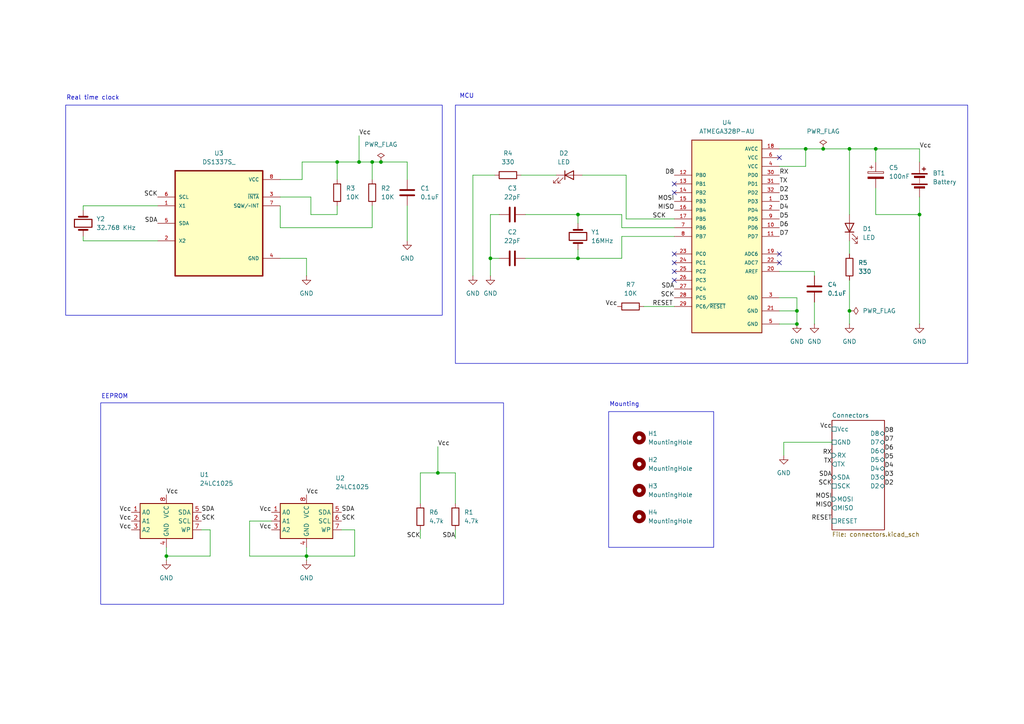
<source format=kicad_sch>
(kicad_sch (version 20231120) (generator "eeschema") (generator_version "8.0")
  (paper "A4")
  (title_block (title "${project_name}") (date "2024-05-08"))
  (lib_symbols
    (symbol "ATMEGA328P-AU:ATMEGA328P-AU" (pin_names (offset 1.016))
      (property "Reference" "U4" (at 0 33.02 0))
      (property "Value" "ATMEGA328P-AU" (at 0 30.48 0))
      (symbol "ATMEGA328P-AU_0_0"
        (rectangle (start -10.16 27.94) (end 10.16 -27.94) (stroke (width 0.254)) (fill (type background)))
        (pin bidirectional line (at 15.24 10.16 180) (length 5.08) (name "PD3") (number "1"))
        (pin bidirectional line (at 15.24 2.54 180) (length 5.08) (name "PD6") (number "10"))
        (pin bidirectional line (at 15.24 0 180) (length 5.08) (name "PD7") (number "11"))
        (pin bidirectional line (at -15.24 17.78 0) (length 5.08) (name "PB0") (number "12"))
        (pin bidirectional line (at -15.24 15.24 0) (length 5.08) (name "PB1") (number "13"))
        (pin bidirectional line (at -15.24 12.7 0) (length 5.08) (name "PB2") (number "14"))
        (pin bidirectional line (at -15.24 10.16 0) (length 5.08) (name "PB3") (number "15"))
        (pin bidirectional line (at -15.24 7.62 0) (length 5.08) (name "PB4") (number "16"))
        (pin bidirectional line (at -15.24 5.08 0) (length 5.08) (name "PB5") (number "17"))
        (pin power_in line (at 15.24 25.4 180) (length 5.08) (name "AVCC") (number "18"))
        (pin bidirectional line (at 15.24 -5.08 180) (length 5.08) (name "ADC6") (number "19"))
        (pin bidirectional line (at 15.24 7.62 180) (length 5.08) (name "PD4") (number "2"))
        (pin input line (at 15.24 -10.16 180) (length 5.08) (name "AREF") (number "20"))
        (pin power_in line (at 15.24 -21.59 180) (length 5.08) (name "GND") (number "21"))
        (pin bidirectional line (at 15.24 -7.62 180) (length 5.08) (name "ADC7") (number "22"))
        (pin bidirectional line (at -15.24 -5.08 0) (length 5.08) (name "PC0") (number "23"))
        (pin bidirectional line (at -15.24 -7.62 0) (length 5.08) (name "PC1") (number "24"))
        (pin bidirectional line (at -15.24 -10.16 0) (length 5.08) (name "PC2") (number "25"))
        (pin bidirectional line (at -15.24 -12.7 0) (length 5.08) (name "PC3") (number "26"))
        (pin bidirectional line (at -15.24 -15.24 0) (length 5.08) (name "PC4") (number "27"))
        (pin bidirectional line (at -15.24 -17.78 0) (length 5.08) (name "PC5") (number "28"))
        (pin bidirectional line (at -15.24 -20.32 0) (length 5.08) (name "PC6/~{RESET}") (number "29"))
        (pin power_in line (at 15.24 -17.78 180) (length 5.08) (name "GND") (number "3"))
        (pin bidirectional line (at 15.24 17.78 180) (length 5.08) (name "PD0") (number "30"))
        (pin bidirectional line (at 15.24 15.24 180) (length 5.08) (name "PD1") (number "31"))
        (pin bidirectional line (at 15.24 12.7 180) (length 5.08) (name "PD2") (number "32"))
        (pin power_in line (at 15.24 20.32 180) (length 5.08) (name "VCC") (number "4"))
        (pin power_in line (at 15.24 -25.4 180) (length 5.08) (name "GND") (number "5"))
        (pin power_in line (at 15.24 22.86 180) (length 5.08) (name "VCC") (number "6"))
        (pin bidirectional line (at -15.24 2.54 0) (length 5.08) (name "PB6") (number "7"))
        (pin bidirectional line (at -15.24 0 0) (length 5.08) (name "PB7") (number "8"))
        (pin bidirectional line (at 15.24 5.08 180) (length 5.08) (name "PD5") (number "9"))
      )
    )
    (symbol "DS1337S_:DS1337S_" (pin_names (offset 1.016))
      (property "Reference" "U" (at -12.7 16.24 0))
      (property "Value" "DS1337S_" (at -12.7 -19.24 0))
      (symbol "DS1337S__0_0"
        (rectangle (start -12.7 -15.24) (end 12.7 15.24) (stroke (width 0.41)) (fill (type background)))
        (pin input line (at -17.78 5.08 0) (length 5.08) (name "X1") (number "1"))
        (pin bidirectional line (at -17.78 -5.08 0) (length 5.08) (name "X2") (number "2"))
        (pin output line (at 17.78 7.62 180) (length 5.08) (name "~{INTA}") (number "3"))
        (pin power_in line (at 17.78 -10.16 180) (length 5.08) (name "GND") (number "4"))
        (pin bidirectional line (at -17.78 0 0) (length 5.08) (name "SDA") (number "5"))
        (pin input line (at -17.78 7.62 0) (length 5.08) (name "SCL") (number "6"))
        (pin output line (at 17.78 5.08 180) (length 5.08) (name "SQW/~INT") (number "7"))
        (pin power_in line (at 17.78 12.7 180) (length 5.08) (name "VCC") (number "8"))
      )
    )
    (symbol "Device:Battery" (pin_numbers hide) (pin_names (offset 0) hide)
      (property "Reference" "BT" (at 2.54 2.54 0))
      (property "Value" "Battery" (at 2.54 0 0))
      (symbol "Battery_0_1"
        (rectangle (start -2.286 -1.27) (end 2.286 -1.524) (fill (type outline)))
        (rectangle (start -2.286 1.778) (end 2.286 1.524) (fill (type outline)))
        (rectangle (start -1.524 -2.032) (end 1.524 -2.54) (fill (type outline)))
        (rectangle (start -1.524 1.016) (end 1.524 0.508) (fill (type outline)))
        (polyline (pts (xy 0 -1.016) (xy 0 -0.762)))
        (polyline (pts (xy 0 -0.508) (xy 0 -0.254)))
        (polyline (pts (xy 0 0) (xy 0 0.254)))
        (polyline (pts (xy 0 1.778) (xy 0 2.54)))
        (polyline (pts (xy 0.762 3.048) (xy 1.778 3.048)) (stroke (width 0.254)))
        (polyline (pts (xy 1.27 3.556) (xy 1.27 2.54)) (stroke (width 0.254)))
      )
      (symbol "Battery_1_1"
        (pin passive line (at 0 5.08 270) (length 2.54) (name "+") (number "1"))
        (pin passive line (at 0 -5.08 90) (length 2.54) (name "-") (number "2"))
      )
    )
    (symbol "Device:C" (pin_numbers hide) (pin_names (offset 0.254))
      (property "Reference" "C" (at 0.635 2.54 0))
      (property "Value" "C" (at 0.635 -2.54 0))
      (symbol "C_0_1"
        (polyline (pts (xy -2.032 -0.762) (xy 2.032 -0.762)) (stroke (width 0.508)))
        (polyline (pts (xy -2.032 0.762) (xy 2.032 0.762)) (stroke (width 0.508)))
      )
      (symbol "C_1_1"
        (pin passive line (at 0 3.81 270) (length 2.794) (name "~") (number "1"))
        (pin passive line (at 0 -3.81 90) (length 2.794) (name "~") (number "2"))
      )
    )
    (symbol "Device:C_Polarized" (pin_numbers hide) (pin_names (offset 0.254))
      (property "Reference" "C" (at 0.635 2.54 0))
      (property "Value" "C_Polarized" (at 0.635 -2.54 0))
      (symbol "C_Polarized_0_1"
        (rectangle (start -2.286 0.508) (end 2.286 1.016))
        (polyline (pts (xy -1.778 2.286) (xy -0.762 2.286)))
        (polyline (pts (xy -1.27 2.794) (xy -1.27 1.778)))
        (rectangle (start 2.286 -0.508) (end -2.286 -1.016) (fill (type outline)))
      )
      (symbol "C_Polarized_1_1"
        (pin passive line (at 0 3.81 270) (length 2.794) (name "~") (number "1"))
        (pin passive line (at 0 -3.81 90) (length 2.794) (name "~") (number "2"))
      )
    )
    (symbol "Device:Crystal" (pin_numbers hide) (pin_names (offset 1.016) hide)
      (property "Reference" "Y" (at 0 3.81 0))
      (property "Value" "Crystal" (at 0 -3.81 0))
      (symbol "Crystal_0_1"
        (rectangle (start -1.143 2.54) (end 1.143 -2.54) (stroke (width 0.3048)))
        (polyline (pts (xy -2.54 0) (xy -1.905 0)))
        (polyline (pts (xy -1.905 -1.27) (xy -1.905 1.27)) (stroke (width 0.508)))
        (polyline (pts (xy 1.905 -1.27) (xy 1.905 1.27)) (stroke (width 0.508)))
        (polyline (pts (xy 2.54 0) (xy 1.905 0)))
      )
      (symbol "Crystal_1_1"
        (pin passive line (at -3.81 0 0) (length 1.27) (name "1") (number "1"))
        (pin passive line (at 3.81 0 180) (length 1.27) (name "2") (number "2"))
      )
    )
    (symbol "Device:LED" (pin_numbers hide) (pin_names (offset 1.016) hide)
      (property "Reference" "D" (at 0 2.54 0))
      (property "Value" "LED" (at 0 -2.54 0))
      (symbol "LED_0_1"
        (polyline (pts (xy -1.27 -1.27) (xy -1.27 1.27)) (stroke (width 0.254)))
        (polyline (pts (xy -1.27 0) (xy 1.27 0)))
        (polyline (pts (xy 1.27 -1.27) (xy 1.27 1.27) (xy -1.27 0) (xy 1.27 -1.27)) (stroke (width 0.254)))
        (polyline (pts (xy -3.048 -0.762) (xy -4.572 -2.286) (xy -3.81 -2.286) (xy -4.572 -2.286) (xy -4.572 -1.524)))
        (polyline (pts (xy -1.778 -0.762) (xy -3.302 -2.286) (xy -2.54 -2.286) (xy -3.302 -2.286) (xy -3.302 -1.524)))
      )
      (symbol "LED_1_1"
        (pin passive line (at -3.81 0 0) (length 2.54) (name "K") (number "1"))
        (pin passive line (at 3.81 0 180) (length 2.54) (name "A") (number "2"))
      )
    )
    (symbol "Device:R" (pin_numbers hide) (pin_names (offset 0))
      (property "Reference" "R" (at 2.032 0 90))
      (property "Value" "R" (at 0 0 90))
      (symbol "R_0_1"
        (rectangle (start -1.016 -2.54) (end 1.016 2.54) (stroke (width 0.254)))
      )
      (symbol "R_1_1"
        (pin passive line (at 0 3.81 270) (length 1.27) (name "~") (number "1"))
        (pin passive line (at 0 -3.81 90) (length 1.27) (name "~") (number "2"))
      )
    )
    (symbol "Mechanical:MountingHole" (pin_names (offset 1.016)) (exclude_from_sim yes) (in_bom no)
      (property "Reference" "H" (at 0 5.08 0))
      (property "Value" "MountingHole" (at 0 3.175 0))
      (symbol "MountingHole_0_1"
        (circle (center 0 0) (radius 1.27) (stroke (width 1.27)))
      )
    )
    (symbol "Memory_EEPROM:24LC1025"
      (property "Reference" "U" (at -6.35 6.35 0))
      (property "Value" "24LC1025" (at 1.27 6.35 0))
      (symbol "24LC1025_1_1"
        (rectangle (start -7.62 5.08) (end 7.62 -5.08) (stroke (width 0.254)) (fill (type background)))
        (pin input line (at -10.16 2.54 0) (length 2.54) (name "A0") (number "1"))
        (pin input line (at -10.16 0 0) (length 2.54) (name "A1") (number "2"))
        (pin input line (at -10.16 -2.54 0) (length 2.54) (name "A2") (number "3"))
        (pin power_in line (at 0 -7.62 90) (length 2.54) (name "GND") (number "4"))
        (pin bidirectional line (at 10.16 2.54 180) (length 2.54) (name "SDA") (number "5"))
        (pin input line (at 10.16 0 180) (length 2.54) (name "SCL") (number "6"))
        (pin input line (at 10.16 -2.54 180) (length 2.54) (name "WP") (number "7"))
        (pin power_in line (at 0 7.62 270) (length 2.54) (name "VCC") (number "8"))
      )
    )
    (symbol "power:GND" (power) (pin_numbers hide) (pin_names (offset 0) hide)
      (property "Value" "GND" (at 0 -3.81 0))
      (symbol "GND_0_1"
        (polyline (pts (xy 0 0) (xy 0 -1.27) (xy 1.27 -1.27) (xy 0 -2.54) (xy -1.27 -1.27) (xy 0 -1.27)))
      )
      (symbol "GND_1_1"
        (pin power_in line (at 0 0 270) (length 0) (name "~") (number "1"))
      )
    )
    (symbol "power:PWR_FLAG" (power) (pin_numbers hide) (pin_names (offset 0) hide)
      (property "Value" "PWR_FLAG" (at 0 3.81 0))
      (symbol "PWR_FLAG_0_0"
        (pin power_out line (at 0 0 90) (length 0) (name "~") (number "1"))
      )
      (symbol "PWR_FLAG_0_1"
        (polyline (pts (xy 0 0) (xy 0 1.27) (xy -1.016 1.905) (xy 0 2.54) (xy 1.016 1.905) (xy 0 1.27)))
      )
    )
  )
  (junction (at 231.14 90.17))
  (junction (at 104.14 46.99))
  (junction (at 246.38 43.18))
  (junction (at 88.9 161.29))
  (junction (at 167.64 74.93))
  (junction (at 233.68 43.18))
  (junction (at 48.26 161.29))
  (junction (at 107.95 46.99))
  (junction (at 127 137.16))
  (junction (at 142.24 74.93))
  (junction (at 266.7 62.23))
  (junction (at 231.14 93.98))
  (junction (at 110.49 46.99))
  (junction (at 97.79 46.99))
  (junction (at 254 43.18))
  (junction (at 246.38 90.17))
  (junction (at 238.76 43.18))
  (junction (at 167.64 62.23))
  (no_connect (at 195.58 73.66))
  (no_connect (at 195.58 81.28))
  (no_connect (at 226.06 45.72))
  (no_connect (at 195.58 53.34))
  (no_connect (at 195.58 76.2))
  (no_connect (at 195.58 78.74))
  (no_connect (at 226.06 76.2))
  (no_connect (at 226.06 73.66))
  (no_connect (at 195.58 55.88))
  (wire (pts (xy 226.06 86.36) (xy 231.14 86.36)))
  (wire (pts (xy 45.72 69.85) (xy 24.13 69.85)))
  (wire (pts (xy 180.34 66.04) (xy 180.34 62.23)))
  (wire (pts (xy 48.26 162.56) (xy 48.26 161.29)))
  (wire (pts (xy 231.14 93.98) (xy 226.06 93.98)))
  (wire (pts (xy 72.39 151.13) (xy 72.39 161.29)))
  (wire (pts (xy 180.34 62.23) (xy 167.64 62.23)))
  (wire (pts (xy 195.58 66.04) (xy 180.34 66.04)))
  (wire (pts (xy 226.06 48.26) (xy 233.68 48.26)))
  (wire (pts (xy 266.7 43.18) (xy 254 43.18)))
  (wire (pts (xy 81.28 74.93) (xy 88.9 74.93)))
  (wire (pts (xy 236.22 87.63) (xy 236.22 93.98)))
  (wire (pts (xy 90.17 62.23) (xy 97.79 62.23)))
  (wire (pts (xy 97.79 46.99) (xy 104.14 46.99)))
  (wire (pts (xy 266.7 46.99) (xy 266.7 43.18)))
  (wire (pts (xy 246.38 43.18) (xy 246.38 62.23)))
  (wire (pts (xy 88.9 161.29) (xy 88.9 158.75)))
  (wire (pts (xy 231.14 86.36) (xy 231.14 90.17)))
  (wire (pts (xy 121.92 146.05) (xy 121.92 137.16)))
  (wire (pts (xy 45.72 59.69) (xy 24.13 59.69)))
  (wire (pts (xy 167.64 74.93) (xy 167.64 72.39)))
  (wire (pts (xy 48.26 161.29) (xy 48.26 158.75)))
  (wire (pts (xy 121.92 137.16) (xy 127 137.16)))
  (wire (pts (xy 137.16 50.8) (xy 137.16 80.01)))
  (wire (pts (xy 236.22 78.74) (xy 236.22 80.01)))
  (wire (pts (xy 246.38 81.28) (xy 246.38 90.17)))
  (wire (pts (xy 266.7 62.23) (xy 266.7 93.98)))
  (wire (pts (xy 60.96 161.29) (xy 48.26 161.29)))
  (wire (pts (xy 60.96 153.67) (xy 60.96 161.29)))
  (wire (pts (xy 81.28 57.15) (xy 90.17 57.15)))
  (wire (pts (xy 99.06 153.67) (xy 102.87 153.67)))
  (wire (pts (xy 78.74 151.13) (xy 72.39 151.13)))
  (wire (pts (xy 127 129.54) (xy 127 137.16)))
  (wire (pts (xy 87.63 46.99) (xy 97.79 46.99)))
  (wire (pts (xy 132.08 153.67) (xy 132.08 156.21)))
  (wire (pts (xy 180.34 68.58) (xy 180.34 74.93)))
  (wire (pts (xy 181.61 63.5) (xy 181.61 50.8)))
  (wire (pts (xy 186.69 88.9) (xy 195.58 88.9)))
  (wire (pts (xy 118.11 59.69) (xy 118.11 69.85)))
  (wire (pts (xy 181.61 50.8) (xy 168.91 50.8)))
  (wire (pts (xy 142.24 74.93) (xy 144.78 74.93)))
  (wire (pts (xy 152.4 74.93) (xy 167.64 74.93)))
  (wire (pts (xy 88.9 162.56) (xy 88.9 161.29)))
  (wire (pts (xy 226.06 43.18) (xy 233.68 43.18)))
  (wire (pts (xy 254 54.61) (xy 254 62.23)))
  (wire (pts (xy 107.95 66.04) (xy 107.95 59.69)))
  (wire (pts (xy 107.95 46.99) (xy 110.49 46.99)))
  (wire (pts (xy 167.64 62.23) (xy 167.64 64.77)))
  (wire (pts (xy 97.79 46.99) (xy 97.79 52.07)))
  (wire (pts (xy 142.24 62.23) (xy 142.24 74.93)))
  (wire (pts (xy 90.17 57.15) (xy 90.17 62.23)))
  (wire (pts (xy 107.95 46.99) (xy 107.95 52.07)))
  (wire (pts (xy 97.79 62.23) (xy 97.79 59.69)))
  (wire (pts (xy 151.13 50.8) (xy 161.29 50.8)))
  (wire (pts (xy 246.38 69.85) (xy 246.38 73.66)))
  (wire (pts (xy 226.06 90.17) (xy 231.14 90.17)))
  (wire (pts (xy 143.51 50.8) (xy 137.16 50.8)))
  (wire (pts (xy 104.14 46.99) (xy 107.95 46.99)))
  (wire (pts (xy 195.58 68.58) (xy 180.34 68.58)))
  (wire (pts (xy 227.33 128.27) (xy 241.3 128.27)))
  (wire (pts (xy 81.28 59.69) (xy 81.28 66.04)))
  (wire (pts (xy 227.33 128.27) (xy 227.33 132.08)))
  (wire (pts (xy 88.9 74.93) (xy 88.9 80.01)))
  (wire (pts (xy 72.39 161.29) (xy 88.9 161.29)))
  (wire (pts (xy 231.14 90.17) (xy 231.14 93.98)))
  (wire (pts (xy 87.63 46.99) (xy 87.63 52.07)))
  (wire (pts (xy 152.4 62.23) (xy 167.64 62.23)))
  (wire (pts (xy 246.38 43.18) (xy 254 43.18)))
  (wire (pts (xy 58.42 153.67) (xy 60.96 153.67)))
  (wire (pts (xy 233.68 48.26) (xy 233.68 43.18)))
  (wire (pts (xy 127 137.16) (xy 132.08 137.16)))
  (wire (pts (xy 121.92 156.21) (xy 121.92 153.67)))
  (wire (pts (xy 144.78 62.23) (xy 142.24 62.23)))
  (wire (pts (xy 118.11 46.99) (xy 118.11 52.07)))
  (wire (pts (xy 102.87 161.29) (xy 88.9 161.29)))
  (wire (pts (xy 24.13 69.85) (xy 24.13 68.58)))
  (wire (pts (xy 110.49 46.99) (xy 118.11 46.99)))
  (wire (pts (xy 195.58 63.5) (xy 181.61 63.5)))
  (wire (pts (xy 81.28 66.04) (xy 107.95 66.04)))
  (wire (pts (xy 132.08 137.16) (xy 132.08 146.05)))
  (wire (pts (xy 102.87 153.67) (xy 102.87 161.29)))
  (wire (pts (xy 87.63 52.07) (xy 81.28 52.07)))
  (wire (pts (xy 180.34 74.93) (xy 167.64 74.93)))
  (wire (pts (xy 266.7 57.15) (xy 266.7 62.23)))
  (wire (pts (xy 246.38 90.17) (xy 246.38 93.98)))
  (wire (pts (xy 254 62.23) (xy 266.7 62.23)))
  (wire (pts (xy 226.06 78.74) (xy 236.22 78.74)))
  (wire (pts (xy 233.68 43.18) (xy 238.76 43.18)))
  (wire (pts (xy 142.24 74.93) (xy 142.24 80.01)))
  (wire (pts (xy 24.13 59.69) (xy 24.13 60.96)))
  (wire (pts (xy 104.14 39.37) (xy 104.14 46.99)))
  (wire (pts (xy 254 46.99) (xy 254 43.18)))
  (wire (pts (xy 238.76 43.18) (xy 246.38 43.18)))
  (rectangle (start 132.08 30.48) (end 280.67 105.41))
  (rectangle (start 29.21 116.84) (end 146.05 175.26))
  (rectangle (start 19.05 30.48) (end 128.27 91.44))
  (rectangle (start 176.53 119.38) (end 207.01 158.75))
  (text "Real time clock" (at 26.924 28.448 0) (effects (font (size 1.27 1.27))))
  (text "EEPROM" (at 33.274 115.062 0) (effects (font (size 1.27 1.27))))
  (text "Mounting" (at 181.102 117.348 0) (effects (font (size 1.27 1.27))))
  (text "MCU" (at 135.382 27.94 0) (effects (font (size 1.27 1.27))))
  (label "D8" (at 195.58 50.8 180))
  (label "D5" (at 256.54 133.35 0))
  (label "TX" (at 241.3 134.62 180))
  (label "SCK" (at 121.92 156.21 180))
  (label "Vcc" (at 38.1 153.67 180))
  (label "Vcc" (at 78.74 153.67 180))
  (label "D3" (at 226.06 58.42 0))
  (label "Vcc" (at 88.9 143.51 0))
  (label "Vcc" (at 179.07 88.9 180))
  (label "Vcc" (at 38.1 151.13 180))
  (label "SDA" (at 132.08 156.21 180))
  (label "D6" (at 256.54 130.81 0))
  (label "SCK" (at 189.23 63.5 0))
  (label "RX" (at 226.06 50.8 0))
  (label "D4" (at 226.06 60.96 0))
  (label "SCK" (at 99.06 151.13 0))
  (label "SCK" (at 195.58 86.36 180))
  (label "RESET" (at 241.3 151.13 180))
  (label "D2" (at 256.54 140.97 0))
  (label "MOSI" (at 195.58 58.42 180))
  (label "SCK" (at 58.42 151.13 0))
  (label "Vcc" (at 241.3 124.46 180))
  (label "SDA" (at 241.3 138.43 180))
  (label "SDA" (at 58.42 148.59 0))
  (label "Vcc" (at 78.74 148.59 180))
  (label "MISO" (at 241.3 147.32 180))
  (label "MISO" (at 195.58 60.96 180))
  (label "RX" (at 241.3 132.08 180))
  (label "D6" (at 226.06 66.04 0))
  (label "D7" (at 256.54 128.27 0))
  (label "SDA" (at 195.58 83.82 180))
  (label "Vcc" (at 266.7 43.18 0))
  (label "SCK" (at 45.72 57.15 180))
  (label "RESET" (at 189.23 88.9 0))
  (label "D8" (at 256.54 125.73 0))
  (label "TX" (at 226.06 53.34 0))
  (label "D7" (at 226.06 68.58 0))
  (label "SDA" (at 99.06 148.59 0))
  (label "SDA" (at 45.72 64.77 180))
  (label "D2" (at 226.06 55.88 0))
  (label "D4" (at 256.54 135.89 0))
  (label "D5" (at 226.06 63.5 0))
  (label "Vcc" (at 48.26 143.51 0))
  (label "Vcc" (at 38.1 148.59 180))
  (label "D3" (at 256.54 138.43 0))
  (label "MOSI" (at 241.3 144.78 180))
  (label "Vcc" (at 104.14 39.37 0))
  (label "SCK" (at 241.3 140.97 180))
  (label "Vcc" (at 127 129.54 0))
  (symbol (lib_id "power:PWR_FLAG") (at 110.49 46.99 0) (unit 1)
    (property "Reference" "#FLG03" (effects (hide yes)))
    (property "Value" "PWR_FLAG" (at 110.49 41.91 0))
    (property "Description" "Special symbol for telling ERC where power comes from" (effects (hide yes)))
  )
  (symbol (lib_id "Mechanical:MountingHole") (at 185.42 142.24 0) (unit 1) (exclude_from_sim yes) (in_bom no)
    (property "Reference" "H3" (at 187.96 140.9699 0) (effects (justify left)))
    (property "Value" "MountingHole" (at 187.96 143.5099 0) (effects (justify left)))
    (property "Footprint" "MountingHole:MountingHole_2.1mm" (effects (hide yes)))
    (property "Description" "Mounting Hole without connection" (effects (hide yes)))
  )
  (symbol (lib_id "power:GND") (at 88.9 162.56 0) (unit 1)
    (property "Reference" "#PWR04" (effects (hide yes)))
    (property "Value" "GND" (at 88.9 167.64 0))
    (property "Description" "Power symbol creates a global label with name \"GND\" , ground" (effects (hide yes)))
  )
  (symbol (lib_id "Device:R") (at 182.88 88.9 90) (unit 1)
    (property "Reference" "R7" (at 182.88 82.55 90))
    (property "Value" "10K" (at 182.88 85.09 90))
    (property "Footprint" "Resistor_SMD:R_0805_2012Metric" (effects (hide yes)))
    (property "Description" "Resistor" (effects (hide yes)))
  )
  (symbol (lib_id "power:GND") (at 137.16 80.01 0) (unit 1)
    (property "Reference" "#PWR09" (effects (hide yes)))
    (property "Value" "GND" (at 137.16 85.09 0))
    (property "Description" "Power symbol creates a global label with name \"GND\" , ground" (effects (hide yes)))
  )
  (symbol (lib_id "power:GND") (at 118.11 69.85 0) (unit 1)
    (property "Reference" "#PWR02" (effects (hide yes)))
    (property "Value" "GND" (at 118.11 74.93 0))
    (property "Description" "Power symbol creates a global label with name \"GND\" , ground" (effects (hide yes)))
  )
  (symbol (lib_id "Device:Crystal") (at 24.13 64.77 90) (unit 1)
    (property "Reference" "Y2" (at 27.94 63.4999 90) (effects (justify right)))
    (property "Value" "32.768 KHz" (at 27.94 66.0399 90) (effects (justify right)))
    (property "Footprint" "Crystal:Crystal_SMD_5032-2Pin_5.0x3.2mm_HandSoldering" (effects (hide yes)))
    (property "Description" "Two pin crystal" (effects (hide yes)))
  )
  (symbol (lib_id "Device:C") (at 236.22 83.82 180) (unit 1)
    (property "Reference" "C4" (at 240.03 82.5499 0) (effects (justify right)))
    (property "Value" "0.1uF" (at 240.03 85.0899 0) (effects (justify right)))
    (property "Footprint" "Capacitor_SMD:C_0805_2012Metric" (effects (hide yes)))
    (property "Description" "Unpolarized capacitor" (effects (hide yes)))
  )
  (symbol (lib_id "ATMEGA328P-AU:ATMEGA328P-AU") (at 210.82 68.58 0) (unit 1)
    (property "Reference" "U4" (at 210.82 35.56 0))
    (property "Value" "ATMEGA328P-AU" (at 210.82 38.1 0))
    (property "Footprint" "ATMEGA328P-AU:QFP80P900X900X120-32N" (effects (hide yes)))
    (property "MF" "Microchip" (effects (hide yes)))
    (property "MAXIMUM_PACKAGE_HEIGHT" "1.20mm" (effects (hide yes)))
    (property "Package" "TQFP-32 Microchip" (effects (hide yes)))
    (property "Price" "None" (effects (hide yes)))
    (property "Check_prices" "https://www.snapeda.com/parts/ATMEGA328P-AU/Microchip/view-part/?ref=eda" (effects (hide yes)))
    (property "STANDARD" "IPC-7351B" (effects (hide yes)))
    (property "PARTREV" "8271A" (effects (hide yes)))
    (property "SnapEDA_Link" "https://www.snapeda.com/parts/ATMEGA328P-AU/Microchip/view-part/?ref=snap" (effects (hide yes)))
    (property "MP" "ATMEGA328P-AU" (effects (hide yes)))
    (property "Purchase-URL" "https://www.snapeda.com/api/url_track_click_mouser/?unipart_id=44280&manufacturer=Microchip&part_name=ATMEGA328P-AU&search_term=atmega328p-au" (effects (hide yes)))
    (property "Description_1" "\nAVR AVR® ATmega Microcontroller IC 8-Bit 20MHz 32KB (16K x 16) FLASH 32-TQFP (7x7)\n" (effects (hide yes)))
    (property "Availability" "In Stock" (effects (hide yes)))
    (property "MANUFACTURER" "Microchip" (effects (hide yes)))
  )
  (symbol (lib_id "Device:Crystal") (at 167.64 68.58 270) (unit 1)
    (property "Reference" "Y1" (at 171.45 67.3099 90) (effects (justify left)))
    (property "Value" "16MHz" (at 171.45 69.8499 90) (effects (justify left)))
    (property "Footprint" "Crystal:Crystal_SMD_5032-2Pin_5.0x3.2mm_HandSoldering" (effects (hide yes)))
    (property "Description" "Two pin crystal" (effects (hide yes)))
  )
  (symbol (lib_id "power:GND") (at 48.26 162.56 0) (unit 1)
    (property "Reference" "#PWR03" (effects (hide yes)))
    (property "Value" "GND" (at 48.26 167.64 0))
    (property "Description" "Power symbol creates a global label with name \"GND\" , ground" (effects (hide yes)))
  )
  (symbol (lib_id "power:GND") (at 246.38 93.98 0) (unit 1)
    (property "Reference" "#PWR06" (effects (hide yes)))
    (property "Value" "GND" (at 246.38 99.06 0))
    (property "Description" "Power symbol creates a global label with name \"GND\" , ground" (effects (hide yes)))
  )
  (symbol (lib_id "Mechanical:MountingHole") (at 185.42 149.86 0) (unit 1) (exclude_from_sim yes) (in_bom no)
    (property "Reference" "H4" (at 187.96 148.5899 0) (effects (justify left)))
    (property "Value" "MountingHole" (at 187.96 151.1299 0) (effects (justify left)))
    (property "Footprint" "MountingHole:MountingHole_2.1mm" (effects (hide yes)))
    (property "Description" "Mounting Hole without connection" (effects (hide yes)))
  )
  (symbol (lib_id "power:GND") (at 236.22 93.98 0) (unit 1)
    (property "Reference" "#PWR010" (effects (hide yes)))
    (property "Value" "GND" (at 236.22 99.06 0))
    (property "Description" "Power symbol creates a global label with name \"GND\" , ground" (effects (hide yes)))
  )
  (symbol (lib_id "DS1337S_:DS1337S_") (at 63.5 64.77 0) (unit 1)
    (property "Reference" "U3" (at 63.5 44.45 0))
    (property "Value" "DS1337S_" (at 63.5 46.99 0))
    (property "Footprint" "DS1337S_:SOIC127P600X175-8N" (effects (hide yes)))
    (property "MF" "Analog Devices" (effects (hide yes)))
    (property "Description_1" "\nReal Time Clock (RTC) IC Clock/Calendar - I²C, 2-Wire Serial 8-SOIC (0.154, 3.90mm Width)\n" (effects (hide yes)))
    (property "Package" "SOIC-8 Maxim" (effects (hide yes)))
    (property "Price" "None" (effects (hide yes)))
    (property "SnapEDA_Link" "https://www.snapeda.com/parts/DS1337S/Analog+Devices/view-part/?ref=snap" (effects (hide yes)))
    (property "MP" "DS1337S" (effects (hide yes)))
    (property "Purchase-URL" "https://www.snapeda.com/api/url_track_click_mouser/?unipart_id=2748190&manufacturer=Analog Devices&part_name=DS1337S&search_term=ds1337s" (effects (hide yes)))
    (property "Availability" "In Stock" (effects (hide yes)))
    (property "Check_prices" "https://www.snapeda.com/parts/DS1337S/Analog+Devices/view-part/?ref=eda" (effects (hide yes)))
  )
  (symbol (lib_id "Memory_EEPROM:24LC1025") (at 88.9 151.13 0) (unit 1)
    (property "Reference" "U2" (at 97.282 138.684 0) (effects (justify left)))
    (property "Value" "24LC1025" (at 97.282 141.224 0) (effects (justify left)))
    (property "Footprint" "Package_SO:SOIC-8_5.23x5.23mm_P1.27mm" (effects (hide yes)))
    (property "Datasheet" "http://ww1.microchip.com/downloads/en/DeviceDoc/21941B.pdf" (effects (hide yes)))
    (property "Description" "I2C Serial EEPROM, 1024Kb, DIP-8/SOIC-8/TSSOP-8/DFN-8" (effects (hide yes)))
  )
  (symbol (lib_id "Memory_EEPROM:24LC1025") (at 48.26 151.13 0) (unit 1)
    (property "Reference" "U1" (at 57.912 137.668 0) (effects (justify left)))
    (property "Value" "24LC1025" (at 57.912 140.208 0) (effects (justify left)))
    (property "Footprint" "Package_SO:SOIC-8_5.23x5.23mm_P1.27mm" (effects (hide yes)))
    (property "Datasheet" "http://ww1.microchip.com/downloads/en/DeviceDoc/21941B.pdf" (effects (hide yes)))
    (property "Description" "I2C Serial EEPROM, 1024Kb, DIP-8/SOIC-8/TSSOP-8/DFN-8" (effects (hide yes)))
  )
  (symbol (lib_id "Device:C") (at 148.59 62.23 90) (unit 1)
    (property "Reference" "C3" (at 148.59 54.61 90))
    (property "Value" "22pF" (at 148.59 57.15 90))
    (property "Footprint" "Capacitor_SMD:C_0805_2012Metric" (effects (hide yes)))
    (property "Description" "Unpolarized capacitor" (effects (hide yes)))
  )
  (symbol (lib_id "Device:LED") (at 165.1 50.8 0) (unit 1)
    (property "Reference" "D2" (at 163.5125 44.45 0))
    (property "Value" "LED" (at 163.5125 46.99 0))
    (property "Footprint" "LED_SMD:LED_0805_2012Metric" (effects (hide yes)))
    (property "Description" "Light emitting diode" (effects (hide yes)))
  )
  (symbol (lib_id "power:PWR_FLAG") (at 246.38 90.17 270) (unit 1)
    (property "Reference" "#FLG02" (effects (hide yes)))
    (property "Value" "PWR_FLAG" (at 250.19 90.1699 90) (effects (justify left)))
    (property "Description" "Special symbol for telling ERC where power comes from" (effects (hide yes)))
  )
  (symbol (lib_id "Device:C_Polarized") (at 254 50.8 0) (unit 1)
    (property "Reference" "C5" (at 257.81 48.6409 0) (effects (justify left)))
    (property "Value" "100nF" (at 257.81 51.1809 0) (effects (justify left)))
    (property "Footprint" "Capacitor_SMD:C_0805_2012Metric" (effects (hide yes)))
    (property "Description" "Polarized capacitor" (effects (hide yes)))
  )
  (symbol (lib_id "Device:LED") (at 246.38 66.04 90) (unit 1)
    (property "Reference" "D1" (at 250.19 66.3574 90) (effects (justify right)))
    (property "Value" "LED" (at 250.19 68.8974 90) (effects (justify right)))
    (property "Footprint" "LED_SMD:LED_0805_2012Metric" (effects (hide yes)))
    (property "Description" "Light emitting diode" (effects (hide yes)))
  )
  (symbol (lib_id "Device:R") (at 147.32 50.8 90) (unit 1)
    (property "Reference" "R4" (at 147.32 44.45 90))
    (property "Value" "330" (at 147.32 46.99 90))
    (property "Footprint" "Resistor_SMD:R_0805_2012Metric" (effects (hide yes)))
    (property "Description" "Resistor" (effects (hide yes)))
  )
  (symbol (lib_id "power:GND") (at 266.7 93.98 0) (unit 1)
    (property "Reference" "#PWR07" (effects (hide yes)))
    (property "Value" "GND" (at 266.7 99.06 0))
    (property "Description" "Power symbol creates a global label with name \"GND\" , ground" (effects (hide yes)))
  )
  (symbol (lib_id "Device:R") (at 246.38 77.47 0) (unit 1)
    (property "Reference" "R5" (at 248.92 76.1999 0) (effects (justify left)))
    (property "Value" "330" (at 248.92 78.7399 0) (effects (justify left)))
    (property "Footprint" "Resistor_SMD:R_0805_2012Metric" (effects (hide yes)))
    (property "Description" "Resistor" (effects (hide yes)))
  )
  (symbol (lib_id "power:GND") (at 227.33 132.08 0) (unit 1)
    (property "Reference" "#PWR011" (effects (hide yes)))
    (property "Value" "GND" (at 227.33 137.16 0))
    (property "Description" "Power symbol creates a global label with name \"GND\" , ground" (effects (hide yes)))
  )
  (symbol (lib_id "power:GND") (at 142.24 80.01 0) (unit 1)
    (property "Reference" "#PWR08" (effects (hide yes)))
    (property "Value" "GND" (at 142.24 85.09 0))
    (property "Description" "Power symbol creates a global label with name \"GND\" , ground" (effects (hide yes)))
  )
  (symbol (lib_id "Device:Battery") (at 266.7 52.07 0) (unit 1)
    (property "Reference" "BT1" (at 270.51 50.2284 0) (effects (justify left)))
    (property "Value" "Battery" (at 270.51 52.7684 0) (effects (justify left)))
    (property "Footprint" "Connector_PinHeader_2.54mm:PinHeader_1x02_P2.54mm_Vertical" (effects (hide yes)))
    (property "Description" "Multiple-cell battery" (effects (hide yes)))
  )
  (symbol (lib_id "power:GND") (at 88.9 80.01 0) (unit 1)
    (property "Reference" "#PWR01" (effects (hide yes)))
    (property "Value" "GND" (at 88.9 85.09 0))
    (property "Description" "Power symbol creates a global label with name \"GND\" , ground" (effects (hide yes)))
  )
  (symbol (lib_id "power:GND") (at 231.14 93.98 0) (unit 1)
    (property "Reference" "#PWR05" (effects (hide yes)))
    (property "Value" "GND" (at 231.14 99.06 0))
    (property "Description" "Power symbol creates a global label with name \"GND\" , ground" (effects (hide yes)))
  )
  (symbol (lib_id "power:PWR_FLAG") (at 238.76 43.18 0) (unit 1)
    (property "Reference" "#FLG01" (effects (hide yes)))
    (property "Value" "PWR_FLAG" (at 238.76 38.1 0))
    (property "Description" "Special symbol for telling ERC where power comes from" (effects (hide yes)))
  )
  (symbol (lib_id "Mechanical:MountingHole") (at 185.42 127 0) (unit 1) (exclude_from_sim yes) (in_bom no)
    (property "Reference" "H1" (at 187.96 125.7299 0) (effects (justify left)))
    (property "Value" "MountingHole" (at 187.96 128.2699 0) (effects (justify left)))
    (property "Footprint" "MountingHole:MountingHole_2.1mm" (effects (hide yes)))
    (property "Description" "Mounting Hole without connection" (effects (hide yes)))
  )
  (symbol (lib_id "Device:R") (at 121.92 149.86 0) (unit 1)
    (property "Reference" "R6" (at 124.46 148.5899 0) (effects (justify left)))
    (property "Value" "4.7k" (at 124.46 151.1299 0) (effects (justify left)))
    (property "Footprint" "Resistor_SMD:R_0805_2012Metric" (effects (hide yes)))
    (property "Description" "Resistor" (effects (hide yes)))
  )
  (symbol (lib_id "Device:C") (at 148.59 74.93 90) (unit 1)
    (property "Reference" "C2" (at 148.59 67.31 90))
    (property "Value" "22pF" (at 148.59 69.85 90))
    (property "Footprint" "Capacitor_SMD:C_0805_2012Metric" (effects (hide yes)))
    (property "Description" "Unpolarized capacitor" (effects (hide yes)))
  )
  (symbol (lib_id "Device:R") (at 132.08 149.86 0) (unit 1)
    (property "Reference" "R1" (at 134.62 148.5899 0) (effects (justify left)))
    (property "Value" "4.7k" (at 134.62 151.1299 0) (effects (justify left)))
    (property "Footprint" "Resistor_SMD:R_0805_2012Metric" (effects (hide yes)))
    (property "Description" "Resistor" (effects (hide yes)))
  )
  (symbol (lib_id "Device:R") (at 107.95 55.88 0) (unit 1)
    (property "Reference" "R2" (at 110.49 54.6099 0) (effects (justify left)))
    (property "Value" "10K" (at 110.49 57.1499 0) (effects (justify left)))
    (property "Footprint" "Resistor_SMD:R_0805_2012Metric" (effects (hide yes)))
    (property "Description" "Resistor" (effects (hide yes)))
  )
  (symbol (lib_id "Device:C") (at 118.11 55.88 0) (unit 1)
    (property "Reference" "C1" (at 121.92 54.6099 0) (effects (justify left)))
    (property "Value" "0.1uF" (at 121.92 57.1499 0) (effects (justify left)))
    (property "Footprint" "Capacitor_SMD:C_0805_2012Metric" (effects (hide yes)))
    (property "Description" "Unpolarized capacitor" (effects (hide yes)))
  )
  (symbol (lib_id "Mechanical:MountingHole") (at 185.42 134.62 0) (unit 1) (exclude_from_sim yes) (in_bom no)
    (property "Reference" "H2" (at 187.96 133.3499 0) (effects (justify left)))
    (property "Value" "MountingHole" (at 187.96 135.8899 0) (effects (justify left)))
    (property "Footprint" "MountingHole:MountingHole_2.1mm" (effects (hide yes)))
    (property "Description" "Mounting Hole without connection" (effects (hide yes)))
  )
  (symbol (lib_id "Device:R") (at 97.79 55.88 0) (unit 1)
    (property "Reference" "R3" (at 100.33 54.6099 0) (effects (justify left)))
    (property "Value" "10K" (at 100.33 57.1499 0) (effects (justify left)))
    (property "Footprint" "Resistor_SMD:R_0805_2012Metric" (effects (hide yes)))
    (property "Description" "Resistor" (effects (hide yes)))
  )
  (sheet (at 241.3 121.92) (size 15.24 31.75) (stroke (width 0.1524))
    (property "Sheetname" "Connectors" (at 241.3 121.2084 0) (effects (justify left bottom)))
    (property "Sheetfile" "connectors.kicad_sch" (at 241.3 154.2546 0) (effects (justify left top)))
    (pin "GND" passive (at 241.3 128.27 180))
    (pin "RX" input (at 241.3 132.08 180))
    (pin "Vcc" passive (at 241.3 124.46 180))
    (pin "TX" output (at 241.3 134.62 180))
    (pin "SCK" passive (at 241.3 140.97 180))
    (pin "SDA" bidirectional (at 241.3 138.43 180))
    (pin "D2" tri_state (at 256.54 140.97 0))
    (pin "D3" tri_state (at 256.54 138.43 0))
    (pin "D4" tri_state (at 256.54 135.89 0))
    (pin "D5" tri_state (at 256.54 133.35 0))
    (pin "RESET" passive (at 241.3 151.13 180))
    (pin "MISO" output (at 241.3 147.32 180))
    (pin "MOSI" input (at 241.3 144.78 180))
    (pin "D6" tri_state (at 256.54 130.81 0))
    (pin "D7" tri_state (at 256.54 128.27 0))
    (pin "D8" tri_state (at 256.54 125.73 0))
  )
)
</source>
